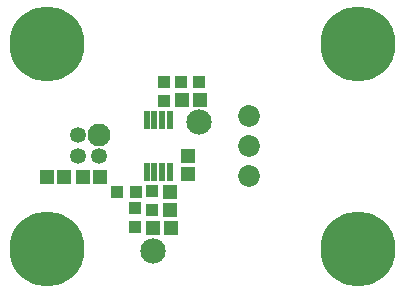
<source format=gts>
G04*
G04 #@! TF.GenerationSoftware,Altium Limited,Altium Designer,20.2.6 (244)*
G04*
G04 Layer_Color=8388736*
%FSLAX25Y25*%
%MOIN*%
G70*
G04*
G04 #@! TF.SameCoordinates,6BFEBE0F-75FA-40C3-9952-2E119760A06E*
G04*
G04*
G04 #@! TF.FilePolarity,Negative*
G04*
G01*
G75*
%ADD18R,0.02362X0.06299*%
%ADD19R,0.04134X0.03937*%
%ADD20R,0.04724X0.04528*%
%ADD21R,0.03937X0.04134*%
%ADD22R,0.04528X0.04724*%
%ADD23C,0.08465*%
%ADD24C,0.25000*%
%ADD25C,0.07284*%
%ADD26C,0.07677*%
%ADD27C,0.05315*%
D18*
X56004Y57972D02*
D03*
X53445D02*
D03*
X50886D02*
D03*
X48327D02*
D03*
X56004Y40650D02*
D03*
X53445D02*
D03*
X50886D02*
D03*
X48327D02*
D03*
D19*
X54134Y64468D02*
D03*
Y70571D02*
D03*
X44488Y28543D02*
D03*
Y22441D02*
D03*
X50197Y28150D02*
D03*
Y34252D02*
D03*
D20*
X14961Y39055D02*
D03*
X20866D02*
D03*
X56299Y21850D02*
D03*
X50394D02*
D03*
X65945Y64764D02*
D03*
X60039D02*
D03*
X26969Y39016D02*
D03*
X32874D02*
D03*
D21*
X44685Y34055D02*
D03*
X38583D02*
D03*
X65847Y70669D02*
D03*
X59744D02*
D03*
D22*
X62205Y46063D02*
D03*
Y40157D02*
D03*
X56102Y27953D02*
D03*
Y33858D02*
D03*
D23*
X50315Y14409D02*
D03*
X65866Y57441D02*
D03*
D24*
X118701Y83268D02*
D03*
Y15157D02*
D03*
X15157D02*
D03*
Y83268D02*
D03*
D25*
X82362Y59370D02*
D03*
Y49370D02*
D03*
Y39370D02*
D03*
D26*
X32465Y52953D02*
D03*
D27*
Y45882D02*
D03*
X25394Y52953D02*
D03*
Y45882D02*
D03*
M02*

</source>
